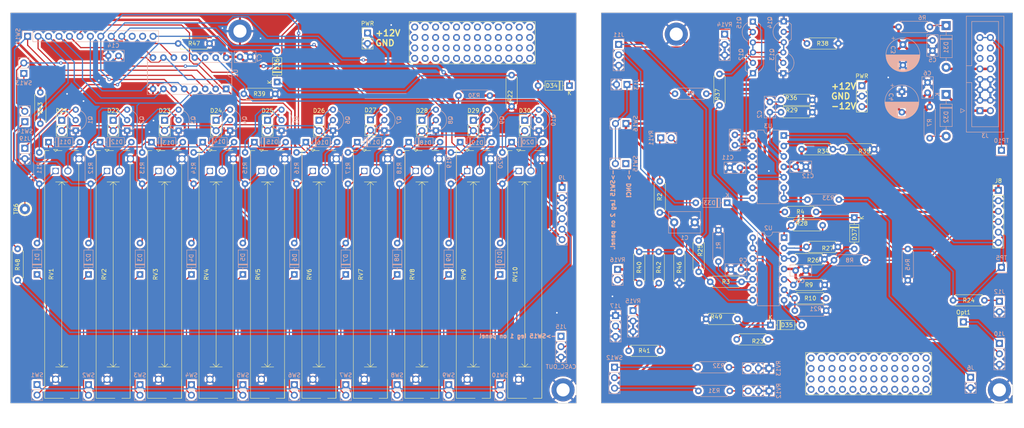
<source format=kicad_pcb>
(kicad_pcb (version 20221018) (generator pcbnew)

  (general
    (thickness 1.6)
  )

  (paper "A4")
  (title_block
    (title "Unseen Servant (Baby 10 Seq)")
  )

  (layers
    (0 "F.Cu" signal)
    (31 "B.Cu" signal)
    (32 "B.Adhes" user "B.Adhesive")
    (33 "F.Adhes" user "F.Adhesive")
    (34 "B.Paste" user)
    (35 "F.Paste" user)
    (36 "B.SilkS" user "B.Silkscreen")
    (37 "F.SilkS" user "F.Silkscreen")
    (38 "B.Mask" user)
    (39 "F.Mask" user)
    (40 "Dwgs.User" user "User.Drawings")
    (41 "Cmts.User" user "User.Comments")
    (42 "Eco1.User" user "User.Eco1")
    (43 "Eco2.User" user "User.Eco2")
    (44 "Edge.Cuts" user)
    (45 "Margin" user)
    (46 "B.CrtYd" user "B.Courtyard")
    (47 "F.CrtYd" user "F.Courtyard")
    (48 "B.Fab" user)
    (49 "F.Fab" user)
    (50 "User.1" user)
    (51 "User.2" user)
    (52 "User.3" user)
    (53 "User.4" user)
    (54 "User.5" user)
    (55 "User.6" user)
    (56 "User.7" user)
    (57 "User.8" user)
    (58 "User.9" user)
  )

  (setup
    (stackup
      (layer "F.SilkS" (type "Top Silk Screen"))
      (layer "F.Paste" (type "Top Solder Paste"))
      (layer "F.Mask" (type "Top Solder Mask") (thickness 0.01))
      (layer "F.Cu" (type "copper") (thickness 0.035))
      (layer "dielectric 1" (type "core") (thickness 1.51) (material "FR4") (epsilon_r 4.5) (loss_tangent 0.02))
      (layer "B.Cu" (type "copper") (thickness 0.035))
      (layer "B.Mask" (type "Bottom Solder Mask") (thickness 0.01))
      (layer "B.Paste" (type "Bottom Solder Paste"))
      (layer "B.SilkS" (type "Bottom Silk Screen"))
      (copper_finish "None")
      (dielectric_constraints no)
    )
    (pad_to_mask_clearance 0)
    (pcbplotparams
      (layerselection 0x00010fc_ffffffff)
      (plot_on_all_layers_selection 0x0000000_00000000)
      (disableapertmacros false)
      (usegerberextensions false)
      (usegerberattributes true)
      (usegerberadvancedattributes true)
      (creategerberjobfile true)
      (dashed_line_dash_ratio 12.000000)
      (dashed_line_gap_ratio 3.000000)
      (svgprecision 6)
      (plotframeref false)
      (viasonmask false)
      (mode 1)
      (useauxorigin false)
      (hpglpennumber 1)
      (hpglpenspeed 20)
      (hpglpendiameter 15.000000)
      (dxfpolygonmode true)
      (dxfimperialunits true)
      (dxfusepcbnewfont true)
      (psnegative false)
      (psa4output false)
      (plotreference true)
      (plotvalue true)
      (plotinvisibletext false)
      (sketchpadsonfab false)
      (subtractmaskfromsilk false)
      (outputformat 1)
      (mirror false)
      (drillshape 0)
      (scaleselection 1)
      (outputdirectory "./")
    )
  )

  (net 0 "")
  (net 1 "Net-(U2C--)")
  (net 2 "-12V")
  (net 3 "Net-(D1-K)")
  (net 4 "Net-(D1-A)")
  (net 5 "Net-(D2-K)")
  (net 6 "Net-(D2-A)")
  (net 7 "Net-(D3-K)")
  (net 8 "Net-(D3-A)")
  (net 9 "Net-(D4-K)")
  (net 10 "Net-(D4-A)")
  (net 11 "Net-(D5-K)")
  (net 12 "Net-(D5-A)")
  (net 13 "Net-(D6-K)")
  (net 14 "Net-(D6-A)")
  (net 15 "Net-(D7-K)")
  (net 16 "Net-(D7-A)")
  (net 17 "Net-(D8-K)")
  (net 18 "Net-(D8-A)")
  (net 19 "Net-(D9-K)")
  (net 20 "Net-(D9-A)")
  (net 21 "Net-(D10-K)")
  (net 22 "Net-(D10-A)")
  (net 23 "Net-(D11-A)")
  (net 24 "Net-(D12-A)")
  (net 25 "Net-(D13-A)")
  (net 26 "Net-(D14-A)")
  (net 27 "Net-(D15-A)")
  (net 28 "Net-(D16-A)")
  (net 29 "Net-(D17-A)")
  (net 30 "Net-(D18-A)")
  (net 31 "Net-(D19-A)")
  (net 32 "Net-(D20-A)")
  (net 33 "Net-(D21-K)")
  (net 34 "Net-(D21-A)")
  (net 35 "Net-(D22-K)")
  (net 36 "Net-(D23-K)")
  (net 37 "Net-(D24-K)")
  (net 38 "Net-(D25-K)")
  (net 39 "Net-(D27-K)")
  (net 40 "Net-(D28-K)")
  (net 41 "Net-(R2-Pad1)")
  (net 42 "Net-(D29-K)")
  (net 43 "Net-(D30-K)")
  (net 44 "Net-(D31-K)")
  (net 45 "Net-(D32-K)")
  (net 46 "Net-(D33-K)")
  (net 47 "Net-(R31-Pad1)")
  (net 48 "GND")
  (net 49 "unconnected-(SW11-Pad11)")
  (net 50 "unconnected-(SW11-Pad12)")
  (net 51 "Net-(D35-K)")
  (net 52 "unconnected-(J3-Pin_11-Pad11)")
  (net 53 "unconnected-(J3-Pin_12-Pad12)")
  (net 54 "unconnected-(J3-Pin_13-Pad13)")
  (net 55 "unconnected-(J3-Pin_14-Pad14)")
  (net 56 "Net-(Q1-B)")
  (net 57 "Net-(R25-Pad2)")
  (net 58 "Net-(R32-Pad1)")
  (net 59 "Net-(Q2-B)")
  (net 60 "Net-(C2-Pad1)")
  (net 61 "Net-(Q3-B)")
  (net 62 "Net-(D26-K)")
  (net 63 "Net-(Q4-B)")
  (net 64 "Net-(D31-A)")
  (net 65 "Net-(Q5-B)")
  (net 66 "Net-(D32-A)")
  (net 67 "Net-(Q6-B)")
  (net 68 "Net-(Q7-B)")
  (net 69 "Net-(D35-A)")
  (net 70 "Net-(Q8-B)")
  (net 71 "Net-(D36-A)")
  (net 72 "Net-(Q9-B)")
  (net 73 "Net-(D37-A)")
  (net 74 "Net-(Q10-B)")
  (net 75 "Net-(Q12-C)")
  (net 76 "Net-(U2A--)")
  (net 77 "Net-(U2B--)")
  (net 78 "Net-(SW12-A)")
  (net 79 "Net-(U2D--)")
  (net 80 "unconnected-(U1-Cout-Pad12)")
  (net 81 "Net-(SW14-B)")
  (net 82 "Net-(U3A-+)")
  (net 83 "RESET_IN")
  (net 84 "PIN_3_T")
  (net 85 "CLK_IN")
  (net 86 "PIN_5_B")
  (net 87 "PIN_3_B")
  (net 88 "PIN_4_B")
  (net 89 "PIN_4_T")
  (net 90 "PIN_5_T")
  (net 91 "GATE_OUT")
  (net 92 "CLK_OUT")
  (net 93 "CASC_OUT")
  (net 94 "Net-(R43-Pad1)")
  (net 95 "CV_OUT")
  (net 96 "Net-(U3B-+)")
  (net 97 "Net-(SW12-C)")
  (net 98 "CLK_IN_N")
  (net 99 "Net-(U3A--)")
  (net 100 "Net-(J17-Pin_2)")
  (net 101 "Net-(Q12-B)")
  (net 102 "Net-(Q12-E)")
  (net 103 "Net-(Q13-B)")
  (net 104 "Net-(Q14-B)")
  (net 105 "SEQ_LV")
  (net 106 "Net-(U3B--)")
  (net 107 "PIN_6_B")
  (net 108 "PIN_6_T")
  (net 109 "+12V")
  (net 110 "Net-(R37-Pad2)")
  (net 111 "Net-(R40-Pad2)")
  (net 112 "Net-(R41-Pad1)")
  (net 113 "Net-(J3-Pin_15)")
  (net 114 "Net-(J10-Pin_1)")
  (net 115 "unconnected-(J15-Pin_1-Pad1)")
  (net 116 "unconnected-(SW15-A-Pad1)")
  (net 117 "Net-(D34-K)")
  (net 118 "Net-(SW14-A)")
  (net 119 "Net-(U2C-+)")

  (footprint "SynthMages:SLIDE_POT_0547" (layer "F.Cu") (at 65.96 81.171374 -90))

  (footprint "Resistor_THT:R_Axial_DIN0207_L6.3mm_D2.5mm_P7.62mm_Horizontal" (layer "F.Cu") (at 178.5 75.66 -90))

  (footprint "SynthMages:SLIDE_POT_0547" (layer "F.Cu") (at 28.46 81.171374 -90))

  (footprint "Resistor_THT:R_Axial_DIN0207_L6.3mm_D2.5mm_P7.62mm_Horizontal" (layer "F.Cu") (at 188.25 32.41 -90))

  (footprint "Connector_PinHeader_2.54mm:PinHeader_1x03_P2.54mm_Vertical" (layer "F.Cu") (at 222.836 35.264))

  (footprint "Connector_PinHeader_2.54mm:PinHeader_1x02_P2.54mm_Vertical" (layer "F.Cu") (at 53.46 43.671374))

  (footprint "Resistor_THT:R_Axial_DIN0207_L6.3mm_D2.5mm_P7.62mm_Horizontal" (layer "F.Cu") (at 205.69 69.22))

  (footprint "Resistor_THT:R_Axial_DIN0207_L6.3mm_D2.5mm_P7.62mm_Horizontal" (layer "F.Cu") (at 64.37 25 180))

  (footprint "Resistor_THT:R_Axial_DIN0207_L6.3mm_D2.5mm_P7.62mm_Horizontal" (layer "F.Cu") (at 183.19 72.91 -90))

  (footprint "TestPoint:TestPoint_THTPad_D2.5mm_Drill1.2mm" (layer "F.Cu") (at 19.5 65.25 90))

  (footprint "Diode_THT:D_DO-35_SOD27_P7.62mm_Horizontal" (layer "F.Cu") (at 80.79 34.37 90))

  (footprint "Resistor_THT:R_Axial_DIN0207_L6.3mm_D2.5mm_P7.62mm_Horizontal" (layer "F.Cu") (at 173.75 58.5 -90))

  (footprint "Resistor_THT:R_Axial_DIN0207_L6.3mm_D2.5mm_P7.62mm_Horizontal" (layer "F.Cu") (at 213.75 77.47 180))

  (footprint "Resistor_THT:R_Axial_DIN0207_L6.3mm_D2.5mm_P7.62mm_Horizontal" (layer "F.Cu") (at 80.31 37.25 180))

  (footprint "MountingHole:MountingHole_3.2mm_M3_DIN965_Pad" (layer "F.Cu") (at 150.25 109.25))

  (footprint "Connector_PinHeader_2.54mm:PinHeader_1x02_P2.54mm_Vertical" (layer "F.Cu") (at 65.96 43.671374))

  (footprint "Resistor_THT:R_Axial_DIN0207_L6.3mm_D2.5mm_P7.62mm_Horizontal" (layer "F.Cu") (at 210.81 38.72 180))

  (footprint "SynthMages:SLIDE_POT_0547" (layer "F.Cu") (at 90.96 81.171374 -90))

  (footprint "Connector_PinHeader_2.54mm:PinHeader_1x02_P2.54mm_Vertical" (layer "F.Cu") (at 102.75 22.46))

  (footprint "Resistor_THT:R_Axial_DIN0207_L6.3mm_D2.5mm_P7.62mm_Horizontal" (layer "F.Cu") (at 209.5 25))

  (footprint "Connector_PinHeader_2.54mm:PinHeader_1x02_P2.54mm_Vertical" (layer "F.Cu") (at 90.96 43.671374))

  (footprint "SynthMages:SLIDE_POT_0547" (layer "F.Cu") (at 40.96 81.171374 -90))

  (footprint "Resistor_THT:R_Axial_DIN0207_L6.3mm_D2.5mm_P7.62mm_Horizontal" (layer "F.Cu") (at 168.75 75.66 -90))

  (footprint "Connector_PinHeader_2.54mm:PinHeader_1x02_P2.54mm_Vertical" (layer "F.Cu") (at 140.96 43.671374))

  (footprint "Resistor_THT:R_Axial_DIN0207_L6.3mm_D2.5mm_P7.62mm_Horizontal" (layer "F.Cu") (at 210.81 41.72 180))

  (footprint "Connector_PinHeader_2.54mm:PinHeader_1x01_P2.54mm_Vertical" (layer "F.Cu") (at 247.5 92.72))

  (footprint "Resistor_THT:R_Axial_DIN0207_L6.3mm_D2.5mm_P7.62mm_Horizontal" (layer "F.Cu") (at 186 82.97))

  (footprint "SynthMages:SLIDE_POT_0547" (layer "F.Cu") (at 115.96 81.171374 -90))

  (footprint "Resistor_THT:R_Axial_DIN0207_L6.3mm_D2.5mm_P7.62mm_Horizontal" (layer "F.Cu") (at 213.81 83.72 180))

  (footprint "Resistor_THT:R_Axial_DIN0207_L6.3mm_D2.5mm_P7.62mm_Horizontal" (layer "F.Cu") (at 245 87.47))

  (footprint "Connector_PinHeader_2.54mm:PinHeader_1x02_P2.54mm_Vertical" (layer "F.Cu") (at 128.46 43.671374))

  (footprint "Resistor_THT:R_Axial_DIN0207_L6.3mm_D2.5mm_P7.62mm_Horizontal" (layer "F.Cu") (at 208.19 50.72))

  (footprint "Connector_PinHeader_2.54mm:PinHeader_1x02_P2.54mm_Vertical" (layer "F.Cu") (at 78.46 43.671374))

  (footprint "Resistor_THT:R_Axial_DIN0207_L6.3mm_D2.5mm_P7.62mm_Horizontal" (layer "F.Cu") (at 217 74.47 180))

  (footprint "Resistor_THT:R_Axial_DIN0207_L6.3mm_D2.5mm_P7.62mm_Horizontal" (layer "F.Cu") (at 225.81 50.72 180))

  (footprint "Diode_THT:D_DO-35_SOD27_P7.62mm_Horizontal" (layer "F.Cu") (at 200.63 93.47))

  (footprint "Resistor_THT:R_Axial_DIN0207_L6.3mm_D2.5mm_P7.62mm_Horizontal" (layer "F.Cu") (at 137.75 40.31 90))

  (footprint "Resistor_THT:R_Axial_DIN0207_L6.3mm_D2.5mm_P7.62mm_Horizontal" (layer "F.Cu") (at 173.81 99.75 180))

  (footprint "Resistor_THT:R_Axial_DIN0207_L6.3mm_D2.5mm_P7.62mm_Horizontal" (layer "F.Cu") (at 17.75 82.56 90))

  (footprint "MountingHole:MountingHole_3.2mm_M3_DIN965_Pad" (layer "F.Cu") (at 71.75 22 45))

  (footprint "Resistor_THT:R_Axial_DIN0207_L6.3mm_D2.5mm_P7.62mm_Horizontal" (layer "F.Cu") (at 200.06 96.97 180))

  (footprint "Connector_PinHeader_2.54mm:PinHeader_1x02_P2.54mm_Vertical" (layer "F.Cu") (at 28.46 43.671374))

  (footprint "SynthMages:Perfboard_4x12" (layer "F.Cu") (at 238.44 101.5 -90))

  (footprint "SynthMages:Perfboard_4x12" (layer "F.Cu")
    (tstamp afed6041-7dab-45d4-a32d-b2ba8c9de466)
    (at 114.21 28.62 90)
    (descr "Through hole straight pin header, 1x12, 2.54mm pitch, single row")
    (tags "Through hole pin header THT 1x12 2.54mm single row")
    (attr through_hole)
    (fp_text reference "Spare" (at 3.75 -2.5 90) (layer "F.SilkS") hide
        (effects (font (size 1 1) (thickness 0.15)))
      (tstamp ef8247b3-8090-415d-964e-77e5e53f18e1)
    )
    (fp_text value "Perfboard_4x12" (at 3.75 30.5 90) (layer "F.Fab")
        (effects (font (size 1 1) (thickness 0.15)))
      (tstamp bc8989ca-df66-4b82-9871-6b9728e178cc)
    )
    (fp_line (start -1.33 -1.33) (end 8.95 -1.33)
      (stroke (width 0.12) (type solid)) (layer "F.SilkS") (tstamp 1531dc48-30dd-4116-b5a4-afcb68bf35e3))
    (fp_line (start -1.33 -1.27) (end -1.33 29.27)
      (stroke (width 0.12) (type solid)) (layer "F.SilkS") (tstamp 966f8d73-5fe0-4532-8af5-22139f2bd747))
    (fp_line (start -1.33 29.27) (end 8.95 29.27)
      (stroke (width 0.12) (type solid)) (layer "F.SilkS") (tstamp 65704be8-076f-4e3b-9784-768c2fc0e881))
    (fp_line (start 8.95 -1.27) (end 8.95 29.25)
      (stroke (width 0.12) (type solid)) (layer "F.SilkS") (tstamp af078e50-df26-4f53-bbbe-ef1ecb51dc42))
    (fp_rect (start -1.5 -1.75) (end 9.08 29.5)
      (stroke (width 0.05) (type default)) (fill none) (layer "F.CrtYd") (tstamp c4c69158-159d-493c-aeb9-4ecd34505e32))
    (fp_line (start -1.27 -1.27) (end 8.89 -1.27)
      (stroke (width 0.1) (type solid)) (layer "F.Fab") (tstamp d6c36297-235e-4bc1-974d-6cbf9921e7ac))
    (fp_line (start -1.27 29.21) (end -1.27 -1.27)
      (stroke (width 0.1) (type solid)) (layer "F.Fab") (tstamp f7dce691-66e7-4240-a0a8-1f1e0b718604))
    (fp_line (start 8.89 -1.27) (end 8.89 29.19)
      (stroke (width 0.1) (type solid)) (layer "F.Fab") (tstamp c2e2774e-f6cf-4cd3-9577-ad3ff6b574d8))
    (fp_line (start 8.89 29.21) (end -1.27 29.21)
      (stroke (width 0.1) (type solid)) (layer "F.Fab") (tstamp 29a8b16c-8cce-4511-9889-d9f01a5082d0))
    (pad "1" thru_hole circle (at 0 0 90) (size 1.7 1.7) (drill 1) (layers "*.Cu" "*.Mask") (tstamp a3cfdc2a-fac4-423a-bf8e-978a1987274a))
    (pad "2" thru_hole oval (at 0 2.54 90) (size 1.7 1.7) (drill 1) (layers "*.Cu" "*.Mask") (tstamp f1490501-25d1-4100-88c5-f2e939937e40))
    (pad "3" thru_hole oval (at 0 5.08 90) (size 1.7 1.7) (drill 1) (layers "*.Cu" "*.Mask") (tstamp 48a9283a-07e1-444a-afa7-c58e5d61a09e))
    (pad "4" thru_hole oval (at 0 7.62 90) (size 1.7 1.7) (drill 1) (layers "*.Cu" "*.Mask") (tstamp 2aa1d516-5820-4faf-bf94-4678601bac27))
    (pad "5" thru_hole oval (at 0 10.16 90) (size 1.7 1.7) (drill 1) (layers "*.Cu" "*.Mask") (tstamp b0675cea-d00e-485b-b1e3-9f63b8971e2e))
    (pad "6" thru_hole oval (at 0 12.7 90) (size 1.7 1.7) (drill 1) (layers "*.Cu" "*.Mask") (tstamp 2fbaf63f-16d0-426a-87ab-24ec603320a8))
    (pad "7" thru_hole oval (at 0 15.24 90) (size 1.7 1.7) (drill 1) (layers "*.Cu" "*.Mask") (tstamp 418748f7-66ac-4248-88aa-df74463fad31))
    (pad "8" thru_hole oval (at 0 17.78 90) (size 1.7 1.7) (drill 1) (layers "*.Cu" "*.Mask") (tstamp ac42a757-ae28-4eb4-9240-132629c500bd))
    (pad "9" thru_hole oval (at 0 20.32 90) (size 1.7 1.7) (drill 1) (layers "*.Cu" "*.Mask") (tstamp 936f13c2-b6ef-4d3a-a139-03036f56fe21))
    (pad "10" thru_hole oval (at 0 22.86 90) (size 1.7 1.7) (drill 1) (layers "*.Cu" "*.Mask") (tstamp ed0e7607-348a-41c3-b3a8-ef1c361f0254))
    (pad "11" thru_hole oval (at 0 25.4 90) (size 1.7 1.7) (drill 1) (layers "*.Cu" "*.Mask") (tstamp 3f53bc59-cade-40f7-a563-74960680183b))
    (pad "12" thru_hole oval (at 0 27.94 90) (size 1.7 1.7) (drill 1) (layers "*.Cu" "*.Mask") (tstamp 9badc2d7-1851-438d-912d-6921bce114c4))
    (pad "13" thru_hole circle (at 2.54 0 90) (size 1.7 1.7) (drill 1) (layers "*.Cu" "*.Mask") (tstamp a65b19ca-ede9-4bee-b391-8d789477e3a0))
    (pad "14" thru_hole oval (at 2.54 2.54 90) (size 1.7 1.7) (drill 1) (layers "*.Cu" "*.Mask") (tstamp 6b4c1bde-a55f-4adb-95b6-9e32ff7860fb))
    (pad "15" thru_hole oval (at 2.54 5.08 90) (size 1.7 1.7) (drill 1) (layers "*.Cu" "*.Mask") (tstamp 032e929a-6526-4219-b471-88be9eb88d68))
    (pad "16" thru_hole oval (at 2.54 7.62 90) (size 1.7 1.7) (drill 1) (layers "*.Cu" "*.Mask") (tstamp 3ceadff0-78ea-4cbb-958f-a996fc0e21fb))
    (pad "17" thru_hole oval (at 2.54 10.16 90) (size 1.7 1.7) (drill 1) (layers "*.Cu" "*.Mask") (tstamp 30c5dd0c-a56a-4aa0-98f5-3c827a8fdbce))
    (pad "18" thru_hole oval (at 2.54 12.
... [2552013 chars truncated]
</source>
